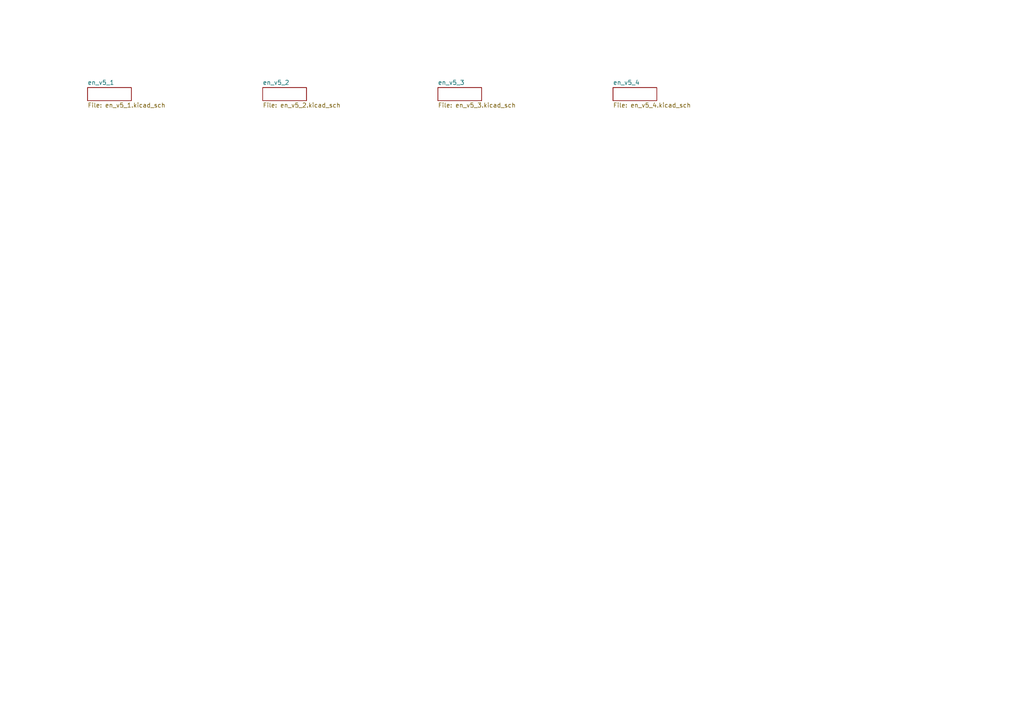
<source format=kicad_sch>
(kicad_sch
	(version 20250114)
	(generator "eeschema")
	(generator_version "9.0")
	(uuid "7d61e4a1-635d-45e0-a99a-1dc1b716793a")
	(paper "A4")
	(lib_symbols)
	(sheet
		(at 25.4 25.4)
		(size 12.7 3.81)
		(exclude_from_sim no)
		(in_bom yes)
		(on_board yes)
		(dnp no)
		(fields_autoplaced yes)
		(stroke
			(width 0)
			(type solid)
		)
		(fill
			(color 0 0 0 0.0000)
		)
		(uuid "4e5cd31d-f40c-420b-bff3-60567ce91610")
		(property "Sheetname" "en_v5_1"
			(at 25.4 24.6884 0)
			(effects
				(font
					(size 1.27 1.27)
				)
				(justify left bottom)
			)
		)
		(property "Sheetfile" "en_v5_1.kicad_sch"
			(at 25.4 29.7946 0)
			(effects
				(font
					(size 1.27 1.27)
				)
				(justify left top)
			)
		)
		(instances
			(project "elasticnode_tiny"
				(path "/7d61e4a1-635d-45e0-a99a-1dc1b716793a"
					(page "1")
				)
			)
		)
	)
	(sheet
		(at 127 25.4)
		(size 12.7 3.81)
		(exclude_from_sim no)
		(in_bom yes)
		(on_board yes)
		(dnp no)
		(fields_autoplaced yes)
		(stroke
			(width 0)
			(type solid)
		)
		(fill
			(color 0 0 0 0.0000)
		)
		(uuid "bae37a50-6de4-41fe-916b-a2b20394b98e")
		(property "Sheetname" "en_v5_3"
			(at 127 24.6884 0)
			(effects
				(font
					(size 1.27 1.27)
				)
				(justify left bottom)
			)
		)
		(property "Sheetfile" "en_v5_3.kicad_sch"
			(at 127 29.7946 0)
			(effects
				(font
					(size 1.27 1.27)
				)
				(justify left top)
			)
		)
		(instances
			(project "elasticnode_tiny"
				(path "/7d61e4a1-635d-45e0-a99a-1dc1b716793a"
					(page "3")
				)
			)
		)
	)
	(sheet
		(at 177.8 25.4)
		(size 12.7 3.81)
		(exclude_from_sim no)
		(in_bom yes)
		(on_board yes)
		(dnp no)
		(fields_autoplaced yes)
		(stroke
			(width 0)
			(type solid)
		)
		(fill
			(color 0 0 0 0.0000)
		)
		(uuid "d195eb2c-c5f9-424e-bb25-c153fb5a3884")
		(property "Sheetname" "en_v5_4"
			(at 177.8 24.6884 0)
			(effects
				(font
					(size 1.27 1.27)
				)
				(justify left bottom)
			)
		)
		(property "Sheetfile" "en_v5_4.kicad_sch"
			(at 177.8 29.7946 0)
			(effects
				(font
					(size 1.27 1.27)
				)
				(justify left top)
			)
		)
		(instances
			(project "elasticnode_tiny"
				(path "/7d61e4a1-635d-45e0-a99a-1dc1b716793a"
					(page "4")
				)
			)
		)
	)
	(sheet
		(at 76.2 25.4)
		(size 12.7 3.81)
		(exclude_from_sim no)
		(in_bom yes)
		(on_board yes)
		(dnp no)
		(fields_autoplaced yes)
		(stroke
			(width 0)
			(type solid)
		)
		(fill
			(color 0 0 0 0.0000)
		)
		(uuid "f904f696-5088-4a7f-8229-857e810b80bc")
		(property "Sheetname" "en_v5_2"
			(at 76.2 24.6884 0)
			(effects
				(font
					(size 1.27 1.27)
				)
				(justify left bottom)
			)
		)
		(property "Sheetfile" "en_v5_2.kicad_sch"
			(at 76.2 29.7946 0)
			(effects
				(font
					(size 1.27 1.27)
				)
				(justify left top)
			)
		)
		(instances
			(project "elasticnode_tiny"
				(path "/7d61e4a1-635d-45e0-a99a-1dc1b716793a"
					(page "2")
				)
			)
		)
	)
	(sheet_instances
		(path "/"
			(page "1")
		)
	)
	(embedded_fonts no)
)

</source>
